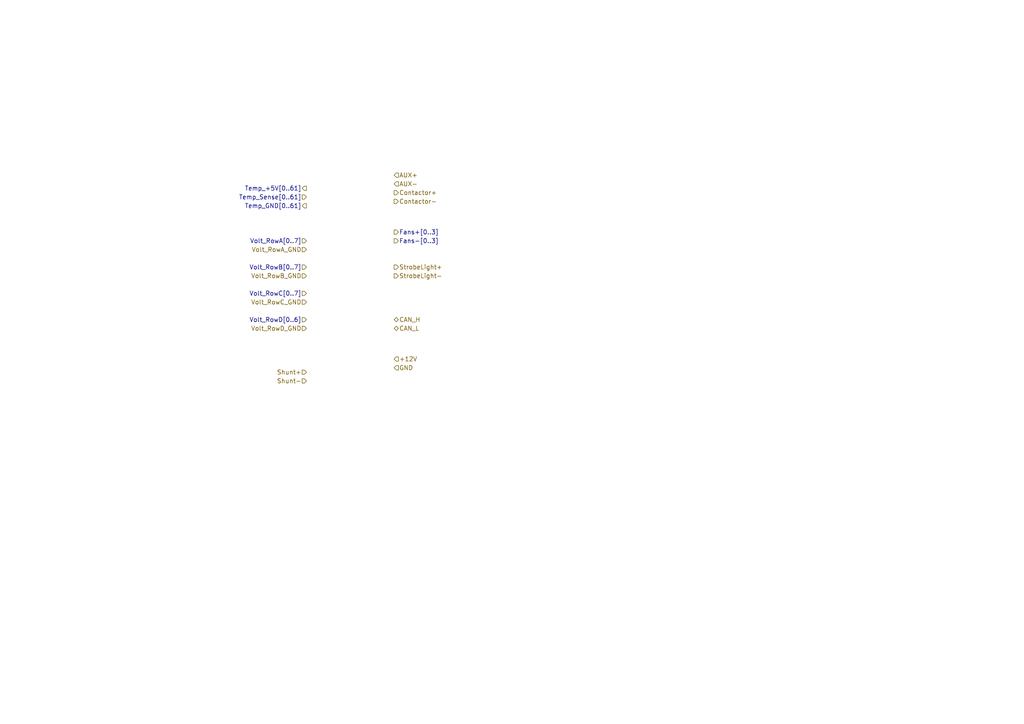
<source format=kicad_sch>
(kicad_sch (version 20230121) (generator eeschema)
  (paper "A4")
  (lib_symbols)
  (hierarchical_label "Shunt-" (shape input) (at 88.9 110.49 180))
  (hierarchical_label "Contactor-" (shape output) (at 114.3 58.42 0))
  (hierarchical_label "AUX+" (shape input) (at 114.3 50.8 0))
  (hierarchical_label "Volt_RowD_GND" (shape input) (at 88.9 95.25 180))
  (hierarchical_label "Fans+[0..3]" (shape output) (at 114.3 67.31 0))
  (hierarchical_label "Temp_+5V[0..61]" (shape output) (at 88.9 54.61 180))
  (hierarchical_label "Volt_RowA[0..7]" (shape input) (at 88.9 69.85 180))
  (hierarchical_label "Fans-[0..3]" (shape output) (at 114.3 69.85 0))
  (hierarchical_label "GND" (shape input) (at 114.3 106.68 0))
  (hierarchical_label "AUX-" (shape input) (at 114.3 53.34 0))
  (hierarchical_label "Temp_GND[0..61]" (shape output) (at 88.9 59.69 180))
  (hierarchical_label "CAN_L" (shape bidirectional) (at 114.3 95.25 0))
  (hierarchical_label "StrobeLight-" (shape output) (at 114.3 80.01 0))
  (hierarchical_label "+12V" (shape input) (at 114.3 104.14 0))
  (hierarchical_label "Volt_RowB_GND" (shape input) (at 88.9 80.01 180))
  (hierarchical_label "Volt_RowC[0..7]" (shape input) (at 88.9 85.09 180))
  (hierarchical_label "Volt_RowD[0..6]" (shape input) (at 88.9 92.71 180))
  (hierarchical_label "StrobeLight+" (shape output) (at 114.3 77.47 0))
  (hierarchical_label "Temp_Sense[0..61]" (shape input) (at 88.9 57.15 180))
  (hierarchical_label "Shunt+" (shape input) (at 88.9 107.95 180))
  (hierarchical_label "Volt_RowA_GND" (shape input) (at 88.9 72.39 180))
  (hierarchical_label "Volt_RowB[0..7]" (shape input) (at 88.9 77.47 180))
  (hierarchical_label "CAN_H" (shape bidirectional) (at 114.3 92.71 0))
  (hierarchical_label "Volt_RowC_GND" (shape input) (at 88.9 87.63 180))
  (hierarchical_label "Contactor+" (shape output) (at 114.3 55.88 0))
)
</source>
